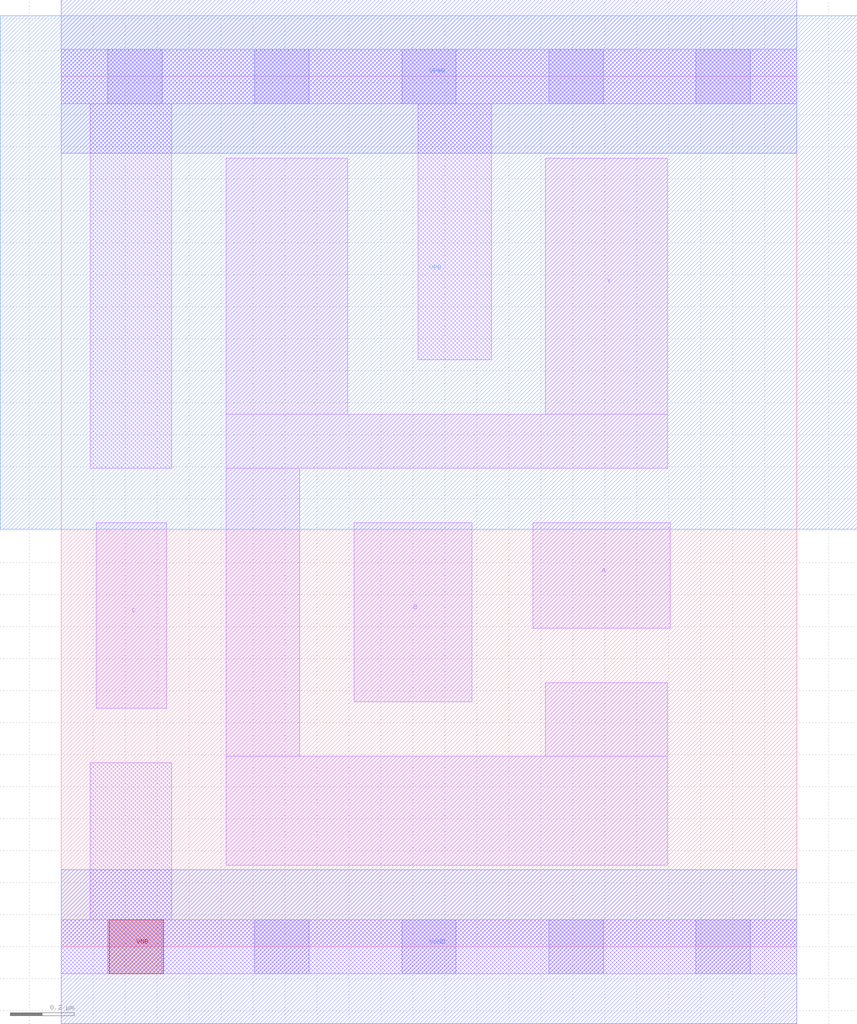
<source format=lef>
# Copyright 2020 The SkyWater PDK Authors
#
# Licensed under the Apache License, Version 2.0 (the "License");
# you may not use this file except in compliance with the License.
# You may obtain a copy of the License at
#
#     https://www.apache.org/licenses/LICENSE-2.0
#
# Unless required by applicable law or agreed to in writing, software
# distributed under the License is distributed on an "AS IS" BASIS,
# WITHOUT WARRANTIES OR CONDITIONS OF ANY KIND, either express or implied.
# See the License for the specific language governing permissions and
# limitations under the License.
#
# SPDX-License-Identifier: Apache-2.0

VERSION 5.7 ;
  NOWIREEXTENSIONATPIN ON ;
  DIVIDERCHAR "/" ;
  BUSBITCHARS "[]" ;
PROPERTYDEFINITIONS
  MACRO maskLayoutSubType STRING ;
  MACRO prCellType STRING ;
  MACRO originalViewName STRING ;
END PROPERTYDEFINITIONS
MACRO sky130_fd_sc_hdll__nand3_1
  CLASS CORE ;
  FOREIGN sky130_fd_sc_hdll__nand3_1 ;
  ORIGIN  0.000000  0.000000 ;
  SIZE  2.300000 BY  2.720000 ;
  SYMMETRY X Y R90 ;
  SITE unithd ;
  PIN A
    ANTENNAGATEAREA  0.277500 ;
    DIRECTION INPUT ;
    USE SIGNAL ;
    PORT
      LAYER li1 ;
        RECT 1.475000 0.995000 1.905000 1.325000 ;
    END
  END A
  PIN B
    ANTENNAGATEAREA  0.277500 ;
    DIRECTION INPUT ;
    USE SIGNAL ;
    PORT
      LAYER li1 ;
        RECT 0.915000 0.765000 1.285000 1.325000 ;
    END
  END B
  PIN C
    ANTENNAGATEAREA  0.277500 ;
    DIRECTION INPUT ;
    USE SIGNAL ;
    PORT
      LAYER li1 ;
        RECT 0.110000 0.745000 0.330000 1.325000 ;
    END
  END C
  PIN VGND
    ANTENNADIFFAREA  0.201500 ;
    DIRECTION INOUT ;
    USE SIGNAL ;
    PORT
      LAYER met1 ;
        RECT 0.000000 -0.240000 2.300000 0.240000 ;
    END
  END VGND
  PIN VNB
    PORT
      LAYER pwell ;
        RECT 0.150000 -0.085000 0.320000 0.085000 ;
    END
  END VNB
  PIN VPB
    PORT
      LAYER nwell ;
        RECT -0.190000 1.305000 2.490000 2.910000 ;
    END
  END VPB
  PIN VPWR
    ANTENNADIFFAREA  0.620000 ;
    DIRECTION INOUT ;
    USE SIGNAL ;
    PORT
      LAYER met1 ;
        RECT 0.000000 2.480000 2.300000 2.960000 ;
    END
  END VPWR
  PIN Y
    ANTENNADIFFAREA  0.761500 ;
    DIRECTION OUTPUT ;
    USE SIGNAL ;
    PORT
      LAYER li1 ;
        RECT 0.515000 0.255000 1.895000 0.595000 ;
        RECT 0.515000 0.595000 0.745000 1.495000 ;
        RECT 0.515000 1.495000 1.895000 1.665000 ;
        RECT 0.515000 1.665000 0.895000 2.465000 ;
        RECT 1.515000 0.595000 1.895000 0.825000 ;
        RECT 1.515000 1.665000 1.895000 2.465000 ;
    END
  END Y
  OBS
    LAYER li1 ;
      RECT 0.000000 -0.085000 2.300000 0.085000 ;
      RECT 0.000000  2.635000 2.300000 2.805000 ;
      RECT 0.090000  0.085000 0.345000 0.575000 ;
      RECT 0.090000  1.495000 0.345000 2.635000 ;
      RECT 1.115000  1.835000 1.345000 2.635000 ;
    LAYER mcon ;
      RECT 0.145000 -0.085000 0.315000 0.085000 ;
      RECT 0.145000  2.635000 0.315000 2.805000 ;
      RECT 0.605000 -0.085000 0.775000 0.085000 ;
      RECT 0.605000  2.635000 0.775000 2.805000 ;
      RECT 1.065000 -0.085000 1.235000 0.085000 ;
      RECT 1.065000  2.635000 1.235000 2.805000 ;
      RECT 1.525000 -0.085000 1.695000 0.085000 ;
      RECT 1.525000  2.635000 1.695000 2.805000 ;
      RECT 1.985000 -0.085000 2.155000 0.085000 ;
      RECT 1.985000  2.635000 2.155000 2.805000 ;
  END
  PROPERTY maskLayoutSubType "abstract" ;
  PROPERTY prCellType "standard" ;
  PROPERTY originalViewName "layout" ;
END sky130_fd_sc_hdll__nand3_1
END LIBRARY

</source>
